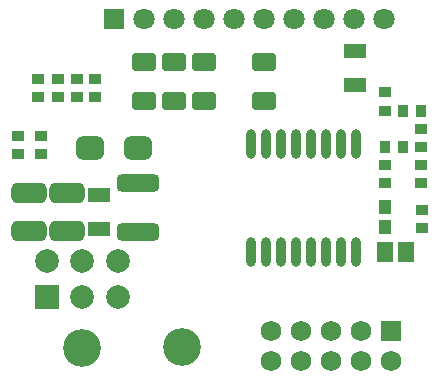
<source format=gts>
G04 Layer_Color=8388736*
%FSLAX24Y24*%
%MOIN*%
G70*
G01*
G75*
G04:AMPARAMS|DCode=39|XSize=59.2mil|YSize=80mil|CornerRadius=6.6mil|HoleSize=0mil|Usage=FLASHONLY|Rotation=90.000|XOffset=0mil|YOffset=0mil|HoleType=Round|Shape=RoundedRectangle|*
%AMROUNDEDRECTD39*
21,1,0.0592,0.0669,0,0,90.0*
21,1,0.0461,0.0800,0,0,90.0*
1,1,0.0131,0.0335,0.0230*
1,1,0.0131,0.0335,-0.0230*
1,1,0.0131,-0.0335,-0.0230*
1,1,0.0131,-0.0335,0.0230*
%
%ADD39ROUNDEDRECTD39*%
%ADD40R,0.0434X0.0356*%
%ADD41O,0.0316X0.0986*%
%ADD42R,0.0356X0.0434*%
%ADD43R,0.0434X0.0474*%
%ADD44R,0.0533X0.0651*%
%ADD45R,0.0769X0.0493*%
G04:AMPARAMS|DCode=46|XSize=118.2mil|YSize=67.1mil|CornerRadius=18.8mil|HoleSize=0mil|Usage=FLASHONLY|Rotation=180.000|XOffset=0mil|YOffset=0mil|HoleType=Round|Shape=RoundedRectangle|*
%AMROUNDEDRECTD46*
21,1,0.1182,0.0295,0,0,180.0*
21,1,0.0807,0.0671,0,0,180.0*
1,1,0.0375,-0.0404,0.0148*
1,1,0.0375,0.0404,0.0148*
1,1,0.0375,0.0404,-0.0148*
1,1,0.0375,-0.0404,-0.0148*
%
%ADD46ROUNDEDRECTD46*%
G04:AMPARAMS|DCode=47|XSize=94.6mil|YSize=76.9mil|CornerRadius=21.2mil|HoleSize=0mil|Usage=FLASHONLY|Rotation=180.000|XOffset=0mil|YOffset=0mil|HoleType=Round|Shape=RoundedRectangle|*
%AMROUNDEDRECTD47*
21,1,0.0946,0.0344,0,0,180.0*
21,1,0.0522,0.0769,0,0,180.0*
1,1,0.0424,-0.0261,0.0172*
1,1,0.0424,0.0261,0.0172*
1,1,0.0424,0.0261,-0.0172*
1,1,0.0424,-0.0261,-0.0172*
%
%ADD47ROUNDEDRECTD47*%
G04:AMPARAMS|DCode=48|XSize=141.9mil|YSize=59.2mil|CornerRadius=16.8mil|HoleSize=0mil|Usage=FLASHONLY|Rotation=180.000|XOffset=0mil|YOffset=0mil|HoleType=Round|Shape=RoundedRectangle|*
%AMROUNDEDRECTD48*
21,1,0.1419,0.0256,0,0,180.0*
21,1,0.1083,0.0592,0,0,180.0*
1,1,0.0336,-0.0541,0.0128*
1,1,0.0336,0.0541,0.0128*
1,1,0.0336,0.0541,-0.0128*
1,1,0.0336,-0.0541,-0.0128*
%
%ADD48ROUNDEDRECTD48*%
%ADD49C,0.1261*%
%ADD50C,0.0710*%
%ADD51R,0.0710X0.0710*%
%ADD52C,0.0680*%
%ADD53R,0.0680X0.0680*%
%ADD54R,0.0789X0.0789*%
%ADD55C,0.0789*%
D39*
X37333Y32746D02*
D03*
Y34046D02*
D03*
X38337Y32746D02*
D03*
Y34046D02*
D03*
X39331Y32746D02*
D03*
Y34046D02*
D03*
X41339Y32746D02*
D03*
Y34046D02*
D03*
D40*
X33878Y31594D02*
D03*
Y30984D02*
D03*
X33140Y31594D02*
D03*
Y30984D02*
D03*
X46555Y30020D02*
D03*
Y30630D02*
D03*
X45364Y33031D02*
D03*
Y32421D02*
D03*
X45354Y30010D02*
D03*
Y30620D02*
D03*
X46555Y31811D02*
D03*
Y31201D02*
D03*
X46585Y29114D02*
D03*
Y28504D02*
D03*
X35709Y32874D02*
D03*
Y33484D02*
D03*
X33809Y32874D02*
D03*
Y33484D02*
D03*
X34449Y32874D02*
D03*
Y33484D02*
D03*
X35079Y32874D02*
D03*
Y33484D02*
D03*
D41*
X40898Y27717D02*
D03*
X41398D02*
D03*
X41898D02*
D03*
X42398D02*
D03*
X42898D02*
D03*
X43398D02*
D03*
X43898D02*
D03*
X44398D02*
D03*
X40898Y31299D02*
D03*
X41398D02*
D03*
X41898D02*
D03*
X42398D02*
D03*
X42898D02*
D03*
X43398D02*
D03*
X43898D02*
D03*
X44398D02*
D03*
D42*
X45964Y31220D02*
D03*
X45354D02*
D03*
X46555Y32421D02*
D03*
X45945D02*
D03*
D43*
X45354Y28533D02*
D03*
Y29203D02*
D03*
D44*
X45354Y27717D02*
D03*
X46063D02*
D03*
D45*
X44350Y33278D02*
D03*
Y34419D02*
D03*
X35827Y28484D02*
D03*
Y29626D02*
D03*
D46*
X34764Y29675D02*
D03*
Y28415D02*
D03*
X33484Y29675D02*
D03*
Y28415D02*
D03*
D47*
X37126Y31191D02*
D03*
X35512D02*
D03*
D48*
X37136Y28396D02*
D03*
Y30010D02*
D03*
D49*
X38583Y24546D02*
D03*
X35276Y24528D02*
D03*
D50*
X45339Y35472D02*
D03*
X44339D02*
D03*
X38339D02*
D03*
X39339D02*
D03*
X37339D02*
D03*
X40339D02*
D03*
X42339D02*
D03*
X41339D02*
D03*
X43339D02*
D03*
D51*
X36339D02*
D03*
D52*
X44561Y25089D02*
D03*
X41561D02*
D03*
X42561D02*
D03*
X44561Y24089D02*
D03*
X45561D02*
D03*
X41561D02*
D03*
X42561D02*
D03*
X43561Y25089D02*
D03*
Y24089D02*
D03*
D53*
X45561Y25089D02*
D03*
D54*
X34094Y26220D02*
D03*
D55*
X35276D02*
D03*
X34094Y27402D02*
D03*
X35276D02*
D03*
X36457Y26220D02*
D03*
Y27402D02*
D03*
M02*

</source>
